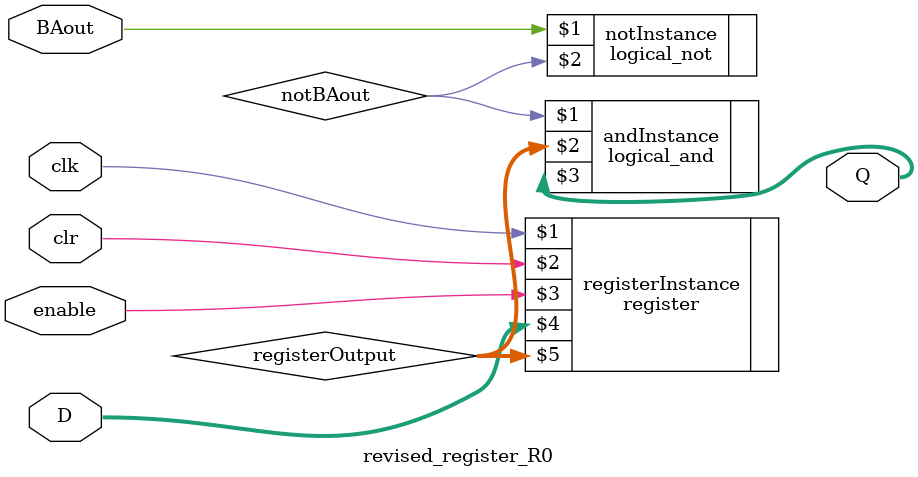
<source format=v>
/* Representation of a register in Verilog HDL. */
/* Declared 3, 1-bit signals, 1, 32-bit D-input, and 1, 32-bit Q-output. */
/* Data type of each signal/input is a wire and output is a reg. */
module revised_register_R0(input clk, input clr, input enable, input BAout, input [31:0] D, output reg [31:0] Q);

    wire notBAout;
    wire [31:0] registerOutput;

    register registerInstance(clk, clr, enable, D, registerOutput);

    logical_not notInstance(BAout, notBAout);
    logical_and andInstance(notBAout, registerOutput, Q);

endmodule // revised_register_R0 end.
</source>
